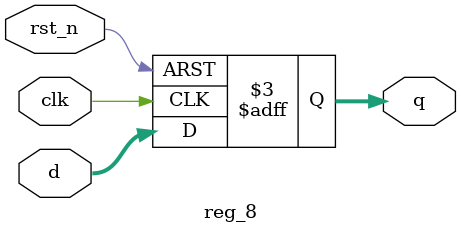
<source format=sv>
module reg_8 (
   input            clk
  ,input            rst_n
  ,input      [7:0] d
  ,output reg [7:0] q
);

  always_ff @ (posedge clk or negedge rst_n)
    if(!rst_n)
      q <= '0;
    else
      q <= d;
  
endmodule

</source>
